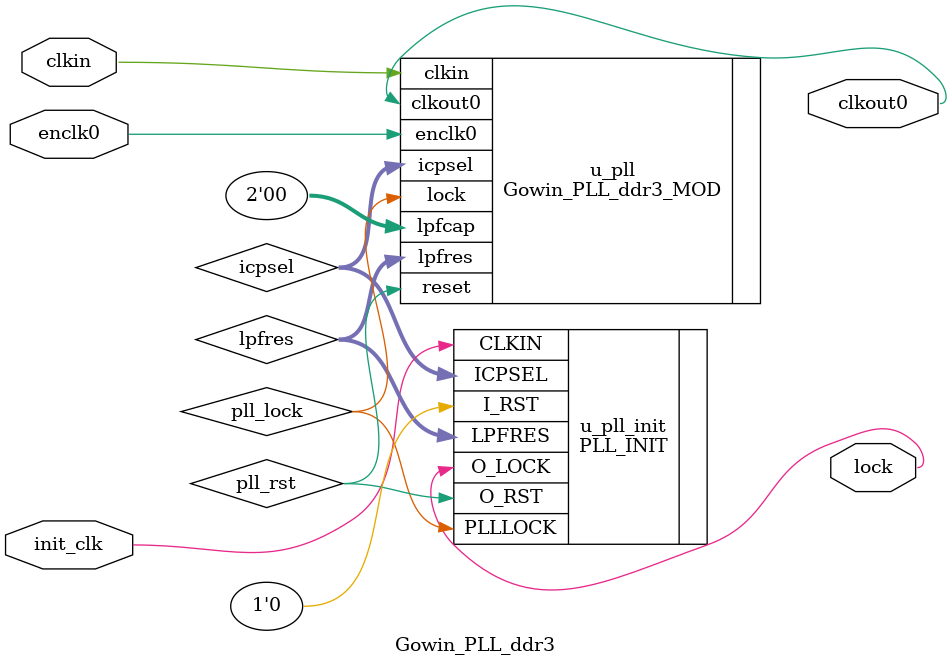
<source format=v>
module Gowin_PLL_ddr3(
    clkin,
    init_clk,
    enclk0,
    clkout0,
    lock
);


input clkin;
input init_clk;
input enclk0;
output clkout0;
output lock;
wire [5:0] icpsel;
wire [2:0] lpfres;
wire pll_lock;
wire pll_rst;


    Gowin_PLL_ddr3_MOD u_pll(
        .enclk0(enclk0),
        .clkout0(clkout0),
        .lock(pll_lock),
        .clkin(clkin),
        .reset(pll_rst),
        .icpsel(icpsel),
        .lpfres(lpfres),
        .lpfcap(2'b00)
    );


    PLL_INIT u_pll_init(
        .CLKIN(init_clk),
        .I_RST(1'b0),
        .O_RST(pll_rst),
        .PLLLOCK(pll_lock),
        .O_LOCK(lock),
        .ICPSEL(icpsel),
        .LPFRES(lpfres)
    );
    defparam u_pll_init.CLK_PERIOD = 20;
    defparam u_pll_init.MULTI_FAC = 16;


endmodule

</source>
